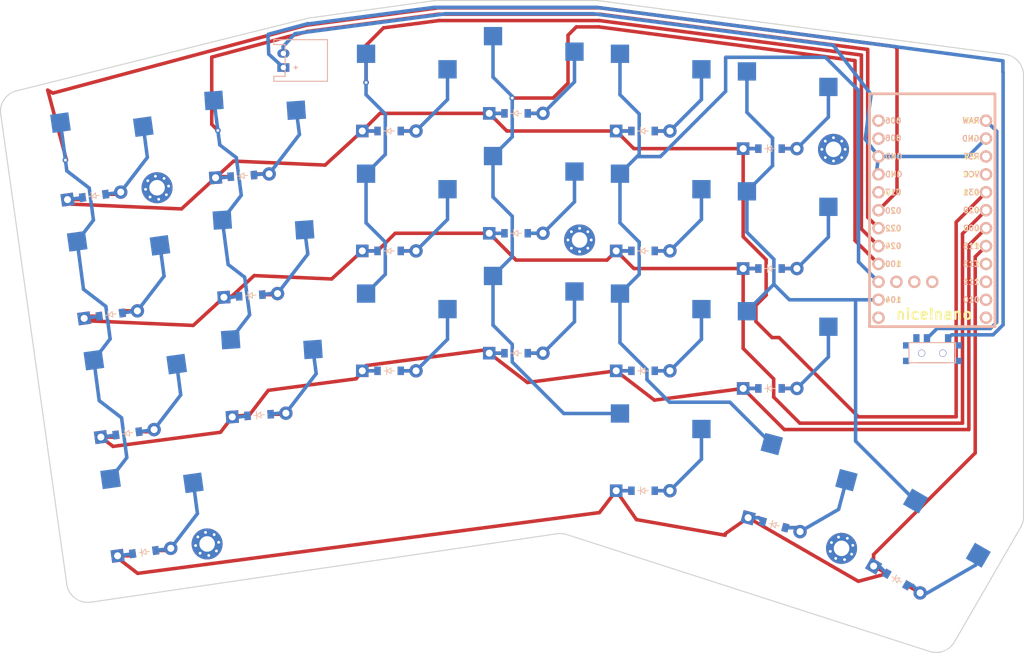
<source format=kicad_pcb>
(kicad_pcb (version 20241229) (generator "pcbnew") (generator_version "9.0")
  (title_block (title "left_pcb") (rev "v1.0.0") (company "Unknown"))
  (layers (0 "F.Cu" signal) (2 "B.Cu" signal) (13 "F.Paste" user) (15 "B.Paste" user) (5 "F.SilkS" user) (7 "B.SilkS" user) (1 "F.Mask" user) (3 "B.Mask" user) (25 "Edge.Cuts" user))
  (net 0 "")
  (net 1 "P020")
  (net 2 "outer_mod")
  (net 3 "outer_bottom")
  (net 4 "outer_home")
  (net 5 "outer_top")
  (net 6 "P022")
  (net 7 "pinky_bottom")
  (net 8 "pinky_home")
  (net 9 "pinky_top")
  (net 10 "P024")
  (net 11 "ring_bottom")
  (net 12 "ring_home")
  (net 13 "ring_top")
  (net 14 "P100")
  (net 15 "middle_bottom")
  (net 16 "middle_home")
  (net 17 "middle_top")
  (net 18 "index_mod")
  (net 19 "P011")
  (net 20 "index_bottom")
  (net 21 "index_home")
  (net 22 "index_top")
  (net 23 "P104")
  (net 24 "inner_bottom")
  (net 25 "inner_home")
  (net 26 "inner_top")
  (net 27 "layer_cluster")
  (net 28 "space_cluster")
  (net 29 "P115")
  (net 30 "P002")
  (net 31 "P029")
  (net 32 "P031")
  (net 33 "RAW")
  (net 34 "GND")
  (net 35 "RST")
  (net 36 "VCC")
  (net 37 "P113")
  (net 38 "P111")
  (net 39 "P010")
  (net 40 "P009")
  (net 41 "P006")
  (net 42 "P008")
  (net 43 "P017")
  (net 44 "P106")
  (net 45 "P101")
  (net 46 "P102")
  (net 47 "P107")
  (net 48 "pos")
  (footprint "E73:SPDT_C128955" (layer "F.Cu") (at 198.494178 125.321174 180)
    (property "Reference" "T1" (hide yes))
    (property "Value" "" (hide yes))
  )
  (footprint "ComboDiode" (layer "F.Cu") (at 79.660022 103.017394 8)
    (property "Reference" "D4" (hide yes))
    (property "Value" "" (hide yes))
  )
  (footprint "PG1350" (layer "F.Cu") (at 157.494179 88.821176)
    (property "Reference" "S17" (hide yes))
    (property "Value" "" (hide yes))
  )
  (footprint "PG1350" (layer "F.Cu") (at 78.964156 98.066054 8)
    (property "Reference" "S4" (hide yes))
    (property "Value" "" (hide yes))
  )
  (footprint "MountingHole_2.2mm_M2_Pad_Via" (layer "F.Cu") (at 184.494181 96.421168)
    (property "Reference" "_2" (hide yes))
    (property "Value" "")
  )
  (footprint "PG1350" (layer "F.Cu") (at 175.494177 108.321176)
    (property "Reference" "S19" (hide yes))
    (property "Value" "" (hide yes))
  )
  (footprint "ComboDiode" (layer "F.Cu") (at 175.494184 130.321173)
    (property "Reference" "D18" (hide yes))
    (property "Value" "" (hide yes))
  )
  (footprint "PG1350" (layer "F.Cu") (at 86.061983 148.569722 8)
    (property "Reference" "S1" (hide yes))
    (property "Value" "" (hide yes))
  )
  (footprint "MountingHole_2.2mm_M2_Pad_Via" (layer "F.Cu") (at 88.586349 101.863869 8)
    (property "Reference" "_1" (hide yes))
    (property "Value" "")
  )
  (footprint "ComboDiode" (layer "F.Cu") (at 121.49418 127.821173)
    (property "Reference" "D8" (hide yes))
    (property "Value" "" (hide yes))
  )
  (footprint "ComboDiode" (layer "F.Cu") (at 157.494186 127.821173)
    (property "Reference" "D15" (hide yes))
    (property "Value" "" (hide yes))
  )
  (footprint "PG1350" (layer "F.Cu") (at 177.364774 144.804137 -15)
    (property "Reference" "S21" (hide yes))
    (property "Value" "" (hide yes))
  )
  (footprint "nice_nano" (layer "F.Cu") (at 198.494179 106.321174 -90)
    (property "Reference" "MCU1" (hide yes))
    (property "Value" "nice_nano" (hide yes))
  )
  (footprint "ComboDiode" (layer "F.Cu") (at 139.494177 91.321177)
    (property "Reference" "D13" (hide yes))
    (property "Value" "" (hide yes))
  )
  (footprint "MountingHole_2.2mm_M2_Pad_Via" (layer "F.Cu") (at 148.494177 109.271177)
    (property "Reference" "_3" (hide yes))
    (property "Value" "")
  )
  (footprint "ComboDiode" (layer "F.Cu") (at 139.494179 108.321177)
    (property "Reference" "D12" (hide yes))
    (property "Value" "" (hide yes))
  )
  (footprint "PG1350" (layer "F.Cu") (at 139.494179 120.321176)
    (property "Reference" "S11" (hide yes))
    (property "Value" "" (hide yes))
  )
  (footprint "ComboDiode" (layer "F.Cu") (at 121.494181 93.821174)
    (property "Reference" "D10" (hide yes))
    (property "Value" "" (hide yes))
  )
  (footprint "ComboDiode" (layer "F.Cu") (at 103.049733 134.093841 4)
    (property "Reference" "D5" (hide yes))
    (property "Value" "" (hide yes))
  )
  (footprint "PG1350" (layer "F.Cu") (at 175.494183 125.321174)
    (property "Reference" "S18" (hide yes))
    (property "Value" "" (hide yes))
  )
  (footprint "ComboDiode" (layer "F.Cu") (at 121.494178 110.821178)
    (property "Reference" "D9" (hide yes))
    (property "Value" "" (hide yes))
  )
  (footprint "PG1350" (layer "F.Cu") (at 121.494179 122.821173)
    (property "Reference" "S8" (hide yes))
    (property "Value" "" (hide yes))
  )
  (footprint "ComboDiode" (layer "F.Cu") (at 84.391904 136.68651 8)
    (property "Reference" "D2" (hide yes))
    (property "Value" "" (hide yes))
  )
  (footprint "ComboDiode" (layer "F.Cu") (at 82.025965 119.851951 8)
    (property "Reference" "D3" (hide yes))
    (property "Value" "" (hide yes))
  )
  (footprint "ComboDiode" (layer "F.Cu") (at 175.494177 113.321177)
    (property "Reference" "D19" (hide yes))
    (property "Value" "" (hide yes))
  )
  (footprint "MountingHole_2.2mm_M2_Pad_Via" (layer "F.Cu") (at 95.684179 152.367538 8)
    (property "Reference" "_4" (hide yes))
    (property "Value" "")
  )
  (footprint "ComboDiode" (layer "F.Cu") (at 176.07068 149.63377 -15)
    (property "Reference" "D21" (hide yes))
    (property "Value" "" (hide yes))
  )
  (footprint "PG1350" (layer "F.Cu") (at 81.330097 114.900615 8)
    (property "Reference" "S3" (hide yes))
    (property "Value" "" (hide yes))
  )
  (footprint "PG1350" (layer "F.Cu") (at 157.494174 105.821173)
    (property "Reference" "S16" (hide yes))
    (property "Value" "" (hide yes))
  )
  (footprint "ComboDiode" (layer "F.Cu") (at 193.478921 157.40812 -30)
    (property "Reference" "D22" (hide yes))
    (property "Value" "" (hide yes))
  )
  (footprint "JST_PH_S2B-PH-K_02x2.00mm_Angled" (layer "F.Cu") (at 106.494175 83.821173 90)
    (property "Reference" "JST1" (hide yes))
    (property "Value" "" (hide yes))
  )
  (footprint "ComboDiode" (layer "F.Cu") (at 139.494181 125.321174)
    (property "Reference" "D11" (hide yes))
    (property "Value" "" (hide yes))
  )
  (footprint "ComboDiode" (layer "F.Cu") (at 157.494179 93.82117)
    (property "Reference" "D17" (hide yes))
    (property "Value" "" (hide yes))
  )
  (footprint "PG1350" (layer "F.Cu") (at 102.700942 129.106023 4)
    (property "Reference" "S5" (hide yes))
    (property "Value" "" (hide yes))
  )
  (footprint "PG1350" (layer "F.Cu") (at 157.494183 122.821177)
    (property "Reference" "S15" (hide yes))
    (property "Value" "" (hide yes))
  )
  (footprint "PG1350" (layer "F.Cu") (at 139.49418 86.321176)
    (property "Reference" "S13" (hide yes))
    (property "Value" "" (hide yes))
  )
  (footprint "PG1350" (layer "F.Cu") (at 121.494177 105.821176)
    (property "Reference" "S9" (hide yes))
    (property "Value" "" (hide yes))
  )
  (footprint "PG1350" (layer "F.Cu") (at 121.494179 88.821168)
    (property "Reference" "S10" (hide yes))
    (property "Value" "" (hide yes))
  )
  (footprint "PG1350" (layer "F.Cu") (at 195.978922 153.078006 -30)
    (property "Reference" "S22" (hide yes))
    (property "Value" "" (hide yes))
  )
  (footprint "ComboDiode" (layer "F.Cu") (at 175.49418 96.321178)
    (property "Reference" "D20" (hide yes))
    (property "Value" "" (hide yes))
  )
  (footprint "ComboDiode" (layer "F.Cu") (at 157.494177 110.821179)
    (property "Reference" "D16" (hide yes))
    (property "Value" "" (hide yes))
  )
  (footprint "PG1350" (layer "F.Cu") (at 157.494177 139.821174)
    (property "Reference" "S14" (hide yes))
    (property "Value" "" (hide yes))
  )
  (footprint "ComboDiode" (layer "F.Cu") (at 157.494175 144.821171)
    (property "Reference" "D14" (hide yes))
    (property "Value" "" (hide yes))
  )
  (footprint "ComboDiode" (layer "F.Cu") (at 86.757851 153.521071 8)
    (property "Reference" "D1" (hide yes))
    (property "Value" "" (hide yes))
  )
  (footprint "PG1350" (layer "F.Cu") (at 175.494177 91.321175)
    (property "Reference" "S20" (hide yes))
    (property "Value" "" (hide yes))
  )
  (footprint "PG1350" (layer "F.Cu") (at 100.329232 95.188839 4)
    (property "Reference" "S7" (hide yes))
    (property "Value" "" (hide yes))
  )
  (footprint "PG1350" (layer "F.Cu") (at 139.494181 103.321173)
    (property "Reference" "S12" (hide yes))
    (property "Value" "" (hide yes))
  )
  (footprint "PG1350" (layer "F.Cu") (at 101.515082 112.147435 4)
    (property "Reference" "S6" (hide yes))
    (property "Value" "" (hide yes))
  )
  (footprint "PG1350" (layer "F.Cu") (at 83.696039 131.735167 8)
    (property "Reference" "S2" (hide yes))
    (property "Value" "" (hide yes))
  )
  (footprint "ComboDiode" (layer "F.Cu") (at 100.678011 100.176668 4)
    (property "Reference" "D7" (hide yes))
    (property "Value" "" (hide yes))
  )
  (footprint "MountingHole_2.2mm_M2_Pad_Via" (layer "F.Cu") (at 185.634695 152.994718 -30)
    (property "Reference" "_5" (hide yes))
    (property "Value" "")
  )
  (footprint "ComboDiode" (layer "F.Cu") (at 101.863872 117.135249 4)
    (property "Reference" "D6" (hide yes))
    (property "Value" "" (hide yes))
  )
  (gr_arc (start 208.830901 82.957466) (mid 210.694101 83.95404) (end 211.438215 85.93166) (stroke (width 0.15)) (layer "Edge.Cuts"))
  (gr_line (start 66.421146 91.448827) (end 75.784737 158.074216) (stroke (width 0.15)) (layer "Edge.Cuts"))
  (gr_line (start 150.79699 75.321178) (end 128.201517 75.321179) (stroke (width 0.15)) (layer "Edge.Cuts"))
  (gr_line (start 127.788809 75.349701) (end 110.152154 77.799236) (stroke (width 0.15)) (layer "Edge.Cuts"))
  (gr_arc (start 66.421147 91.448826) (mid 66.904934 89.353585) (end 68.666519 88.120338) (stroke (width 0.15)) (layer "Edge.Cuts"))
  (gr_arc (start 127.788809 75.349701) (mid 127.994671 75.328317) (end 128.201517 75.321179) (stroke (width 0.15)) (layer "Edge.Cuts"))
  (gr_arc (start 109.839417 77.85974) (mid 109.994982 77.825332) (end 110.152154 77.799236) (stroke (width 0.15)) (layer "Edge.Cuts"))
  (gr_line (start 208.830901 82.957466) (end 151.189676 75.346982) (stroke (width 0.15)) (layer "Edge.Cuts"))
  (gr_arc (start 79.19114 160.624907) (mid 76.957398 160.05809) (end 75.784737 158.074216) (stroke (width 0.15)) (layer "Edge.Cuts"))
  (gr_line (start 201.649651 166.255995) (end 211.036284 149.997873) (stroke (width 0.15)) (layer "Edge.Cuts"))
  (gr_line (start 109.839419 77.859742) (end 68.666519 88.120338) (stroke (width 0.15)) (layer "Edge.Cuts"))
  (gr_arc (start 201.649651 166.255995) (mid 200.130329 167.55533) (end 198.131966 167.611572) (stroke (width 0.15)) (layer "Edge.Cuts"))
  (gr_arc (start 145.303473 150.922541) (mid 145.987542 150.901055) (end 146.658681 151.035164) (stroke (width 0.15)) (layer "Edge.Cuts"))
  (gr_line (start 79.191141 160.624904) (end 145.303473 150.922541) (stroke (width 0.15)) (layer "Edge.Cuts"))
  (gr_arc (start 211.438214 148.497865) (mid 211.335991 149.274327) (end 211.036284 149.997873) (stroke (width 0.15)) (layer "Edge.Cuts"))
  (gr_line (start 146.658681 151.035164) (end 198.131966 167.611572) (stroke (width 0.15)) (layer "Edge.Cuts"))
  (gr_line (start 211.438214 148.497865) (end 211.438215 85.93166) (stroke (width 0.15)) (layer "Edge.Cuts"))
  (gr_arc (start 150.796995 75.321177) (mid 150.993759 75.327637) (end 151.189676 75.346982) (stroke (width 0.15)) (layer "Edge.Cuts"))
  (segment (start 151.409574 76.356691) (end 151.40802 76.358246) (width 0.5) (layer "F.Cu") (net 1))
  (segment (start 75.592878 97.946279) (end 75.692607 97.773545) (width 0.5) (layer "F.Cu") (net 1))
  (segment (start 109.74762 78.820606) (end 128.110679 76.403067) (width 0.5) (layer "F.Cu") (net 1))
  (segment (start 151.409574 76.356691) (end 193.277568 81.868719) (width 0.5) (layer "F.Cu") (net 1))
  (segment (start 128.145067 76.358249) (end 151.40802 76.358246) (width 0.5) (layer "F.Cu") (net 1))
  (segment (start 73.81518 88.448674) (end 109.74762 78.820606) (width 0.5) (layer "F.Cu") (net 1))
  (segment (start 128.110679 76.403067) (end 128.145067 76.358249) (width 0.5) (layer "F.Cu") (net 1))
  (segment (start 75.692607 97.773545) (end 73.080336 88.024411) (width 0.5) (layer "F.Cu") (net 1))
  (segment (start 193.497407 102.427946) (end 190.874178 105.051176) (width 0.5) (layer "F.Cu") (net 1))
  (segment (start 73.080336 88.024411) (end 73.81518 88.448674) (width 0.5) (layer "F.Cu") (net 1))
  (segment (start 193.277568 81.868719) (end 193.497408 82.155217) (width 0.5) (layer "F.Cu") (net 1))
  (segment (start 193.497408 82.155217) (end 193.497407 102.427946) (width 0.5) (layer "F.Cu") (net 1))
  (via (at 75.592878 97.946279) (size 0.8) (drill 0.4) (layers "F.Cu" "B.Cu") (net 1))
  (segment (start 74.737159 92.78554) (end 74.892942 92.629751) (width 0.25) (layer "B.Cu") (net 1))
  (segment (start 75.793944 99.473518) (end 78.965434 101.907088) (width 0.5) (layer "B.Cu") (net 1))
  (segment (start 74.892945 92.629755) (end 74.932472 92.92998) (width 0.5) (layer "B.Cu") (net 1))
  (segment (start 79.564744 106.459266) (end 77.258889 109.464311) (width 0.5) (layer "B.Cu") (net 1))
  (segment (start 81.930688 123.293819) (end 79.624836 126.298858) (width 0.5) (layer "B.Cu") (net 1))
  (segment (start 83.553482 134.483628) (end 84.296629 140.128375) (width 0.5) (layer "B.Cu") (net 1))
  (segment (start 84.296629 140.128375) (end 81.990768 143.133418) (width 0.5) (layer "B.Cu") (net 1))
  (segment (start 79.624836 126.298858) (end 80.381991 132.050057) (width 0.5) (layer "B.Cu") (net 1))
  (segment (start 80.381991 132.050057) (end 83.553482 134.483628) (width 0.5) (layer "B.Cu") (net 1))
  (segment (start 77.258889 109.464311) (end 78.153227 116.257509) (width 0.5) (layer "B.Cu") (net 1))
  (segment (start 74.737159 93.074844) (end 74.737159 92.78554) (width 0.25) (layer "B.Cu") (net 1))
  (segment (start 74.892945 92.629755) (end 75.592878 97.946279) (width 0.5) (layer "B.Cu") (net 1))
  (segment (start 74.932472 92.92998) (end 75.188003 93.12606) (width 0.5) (layer "B.Cu") (net 1))
  (segment (start 78.965434 101.907088) (end 79.564744 106.459266) (width 0.5) (layer "B.Cu") (net 1))
  (segment (start 75.592878 97.946279) (end 75.793944 99.473518) (width 0.5) (layer "B.Cu") (net 1))
  (segment (start 81.324723 118.691081) (end 81.930688 123.293819) (width 0.5) (layer "B.Cu") (net 1))
  (segment (start 78.153227 116.257509) (end 81.324723 118.691081) (width 0.5) (layer "B.Cu") (net 1))
  (segment (start 90.230149 153.291442) (end 90.530772 152.99082) (width 0.5) (layer "F.Cu") (net 2))
  (segment (start 88.391792 153.291444) (end 90.230149 153.291442) (width 0.5) (layer "F.Cu") (net 2))
  (segment (start 90.530771 152.990815) (end 94.308888 148.06708) (width 0.5) (layer "B.Cu") (net 2))
  (segment (start 90.514545 153.011969) (end 90.530771 152.990815) (width 0.5) (layer "B.Cu") (net 2))
  (segment (start 90.313594 153.207996) (end 90.530771 152.990817) (width 0.5) (layer "B.Cu") (net 2))
  (segment (start 94.308888 148.06708) (end 93.73455 143.704561) (width 0.5) (layer "B.Cu") (net 2))
  (segment (start 88.391792 153.291438) (end 89.025575 153.207995) (width 0.5) (layer "B.Cu") (net 2))
  (segment (start 89.025575 153.207995) (end 90.313594 153.207996) (width 0.5) (layer "B.Cu") (net 2))
  (segment (start 89.025575 153.207995) (end 90.514545 153.011969) (width 0.5) (layer "B.Cu") (net 2))
  (segment (start 87.864206 136.456882) (end 88.164825 136.156263) (width 0.5) (layer "F.Cu") (net 3))
  (segment (start 86.025849 136.456881) (end 87.864206 136.456882) (width 0.5) (layer "F.Cu") (net 3))
  (segment (start 86.025842 136.456881) (end 88.148594 136.177415) (width 0.5) (layer "B.Cu") (net 3))
  (segment (start 91.942946 131.232516) (end 91.368612 126.869998) (width 0.5) (layer "B.Cu") (net 3))
  (segment (start 88.148594 136.177415) (end 88.16482 136.156262) (width 0.5) (layer "B.Cu") (net 3))
  (segment (start 88.16482 136.156262) (end 91.942946 131.232516) (width 0.5) (layer "B.Cu") (net 3))
  (segment (start 85.798882 119.321698) (end 84.228266 119.3217) (width 0.5) (layer "F.Cu") (net 4))
  (segment (start 84.225575 119.319018) (end 83.922272 119.622326) (width 0.5) (layer "F.Cu") (net 4))
  (segment (start 83.922272 119.622326) (end 83.659908 119.62232) (width 0.5) (layer "F.Cu") (net 4))
  (segment (start 84.228266 119.3217) (end 84.225575 119.319018) (width 0.5) (layer "F.Cu") (net 4))
  (segment (start 83.676133 119.601165) (end 83.659904 119.62232) (width 0.5) (layer "B.Cu") (net 4))
  (segment (start 89.002666 110.035454) (end 89.577004 114.397966) (width 0.5) (layer "B.Cu") (net 4))
  (segment (start 85.798882 119.321699) (end 83.676133 119.601165) (width 0.5) (layer "B.Cu") (net 4))
  (segment (start 89.577004 114.397966) (end 85.798882 119.321699) (width 0.5) (layer "B.Cu") (net 4))
  (segment (start 81.293967 102.787768) (end 83.132325 102.787771) (width 0.5) (layer "F.Cu") (net 5))
  (segment (start 83.132325 102.787771) (end 83.432942 102.487149) (width 0.5) (layer "F.Cu") (net 5))
  (segment (start 86.636728 93.200894) (end 87.211058 97.563408) (width 0.5) (layer "B.Cu") (net 5))
  (segment (start 83.416709 102.508297) (end 83.432937 102.487143) (width 0.5) (layer "B.Cu") (net 5))
  (segment (start 87.211058 97.563408) (end 83.432937 102.487143) (width 0.5) (layer "B.Cu") (net 5))
  (segment (start 81.293956 102.787763) (end 83.416709 102.508297) (width 0.5) (layer "B.Cu") (net 5))
  (segment (start 96.337788 83.346542) (end 96.337789 92.875472) (width 0.5) (layer "F.Cu") (net 6))
  (segment (start 189.346879 82.260007) (end 151.36232 77.259247) (width 0.5) (layer "F.Cu") (net 6))
  (segment (start 151.36232 77.259247) (end 128.510158 77.259247) (width 0.5) (layer "F.Cu") (net 6))
  (segment (start 189.34688 106.063875) (end 189.346879 82.260007) (width 0.5) (layer "F.Cu") (net 6))
  (segment (start 96.337789 92.875472) (end 97.208594 93.746278) (width 0.5) (layer "F.Cu") (net 6))
  (segment (start 109.923771 79.706189) (end 96.337788 83.346542) (width 0.5) (layer "F.Cu") (net 6))
  (segment (start 190.87418 107.591174) (end 189.34688 106.063875) (width 0.5) (layer "F.Cu") (net 6))
  (segment (start 128.510158 77.259247) (end 109.923771 79.706189) (width 0.5) (layer "F.Cu") (net 6))
  (via (at 97.208594 93.746278) (size 0.8) (drill 0.4) (layers "F.Cu" "B.Cu") (net 6))
  (segment (start 99.823366 97.593255) (end 97.478142 95.793693) (width 0.5) (layer "B.Cu") (net 6))
  (segment (start 100.526055 102.930737) (end 99.823366 97.593255) (width 0.5) (layer "B.Cu") (net 6))
  (segment (start 99.018872 123.39897) (end 101.711918 119.889327) (width 0.5) (layer "B.Cu") (net 6))
  (segment (start 97.833011 106.440377) (end 100.526055 102.930737) (width 0.5) (layer "B.Cu") (net 6))
  (segment (start 101.009226 114.551854) (end 98.663988 112.752288) (width 0.5) (layer "B.Cu") (net 6))
  (segment (start 98.663988 112.752288) (end 97.833011 106.440377) (width 0.5) (layer "B.Cu") (net 6))
  (segment (start 101.711918 119.889327) (end 101.009226 114.551854) (width 0.5) (layer "B.Cu") (net 6))
  (segment (start 97.208594 93.746278) (end 96.64716 89.481788) (width 0.5) (layer "B.Cu") (net 6))
  (segment (start 97.478142 95.793693) (end 97.208594 93.746278) (width 0.5) (layer "B.Cu") (net 6))
  (segment (start 104.695711 133.978742) (end 106.699776 133.978736) (width 0.5) (layer "F.Cu") (net 7))
  (segment (start 106.699776 133.978736) (end 106.850452 133.828065) (width 0.5) (layer "F.Cu") (net 7))
  (segment (start 111.147159 128.228483) (end 106.850451 133.828065) (width 0.5) (layer "B.Cu") (net 7))
  (segment (start 104.695713 133.978736) (end 106.702501 133.714543) (width 0.5) (layer "B.Cu") (net 7))
  (segment (start 106.702501 133.714543) (end 106.850451 133.828065) (width 0.5) (layer "B.Cu") (net 7))
  (segment (start 110.694201 124.787925) (end 111.147159 128.228483) (width 0.5) (layer "B.Cu") (net 7))
  (segment (start 103.509853 117.020158) (end 105.513919 117.020157) (width 0.5) (layer "F.Cu") (net 8))
  (segment (start 105.513919 117.020157) (end 105.664593 116.869482) (width 0.5) (layer "F.Cu") (net 8))
  (segment (start 109.9613 111.269902) (end 105.664593 116.86948) (width 0.5) (layer "B.Cu") (net 8))
  (segment (start 105.516645 116.755956) (end 105.664593 116.86948) (width 0.5) (layer "B.Cu") (net 8))
  (segment (start 103.509854 117.020153) (end 105.516645 116.755956) (width 0.5) (layer "B.Cu") (net 8))
  (segment (start 109.508339 107.829332) (end 109.9613 111.269902) (width 0.5) (layer "B.Cu") (net 8))
  (segment (start 102.474664 99.910896) (end 102.32399 100.061565) (width 0.5) (layer "F.Cu") (net 9))
  (segment (start 104.478728 99.910894) (end 102.474664 99.910896) (width 0.5) (layer "F.Cu") (net 9))
  (segment (start 108.322485 90.870741) (end 108.775443 94.311301) (width 0.5) (layer "B.Cu") (net 9))
  (segment (start 104.330782 99.797364) (end 104.47873 99.910895) (width 0.5) (layer "B.Cu") (net 9))
  (segment (start 102.323991 100.061568) (end 104.330782 99.797364) (width 0.5) (layer "B.Cu") (net 9))
  (segment (start 108.775443 94.311301) (end 104.47873 99.910895) (width 0.5) (layer "B.Cu") (net 9))
  (segment (start 128.569214 78.160247) (end 151.303265 78.160247) (width 0.5) (layer "F.Cu") (net 10))
  (segment (start 151.303265 78.160247) (end 188.445879 83.050163) (width 0.5) (layer "F.Cu") (net 10))
  (segment (start 120.688937 79.197704) (end 128.569214 78.160247) (width 0.5) (layer "F.Cu") (net 10))
  (segment (start 118.219176 86.946279) (end 118.219176 81.667467) (width 0.5) (layer "F.Cu") (net 10))
  (segment (start 188.445879 107.702875) (end 190.874178 110.131173) (width 0.5) (layer "F.Cu") (net 10))
  (segment (start 118.219176 81.667467) (end 120.688937 79.197704) (width 0.5) (layer "F.Cu") (net 10))
  (segment (start 188.445879 83.050163) (end 188.445879 107.702875) (width 0.5) (layer "F.Cu") (net 10))
  (via (at 118.219176 86.946279) (size 0.8) (drill 0.4) (layers "F.Cu" "B.Cu") (net 10))
  (segment (start 118.219176 86.946279) (end 118.219176 88.679359) (width 0.5) (layer "B.Cu") (net 10))
  (segment (start 118.219177 82.871172) (end 118.219176 86.946279) (width 0.5) (layer "B.Cu") (net 10))
  (segment (start 118.21918 116.871173) (end 120.945176 114.145179) (width 0.5) (layer "B.Cu") (net 10))
  (segment (start 118.219176 88.679359) (end 120.945175 91.405365) (width 0.5) (layer "B.Cu") (net 10))
  (segment (start 118.21918 106.844181) (end 118.219179 99.871178) (width 0.5) (layer "B.Cu") (net 10))
  (segment (start 120.945175 91.405365) (end 120.945179 97.145185) (width 0.5) (layer "B.Cu") (net 10))
  (segment (start 120.945174 109.570174) (end 118.21918 106.844181) (width 0.5) (layer "B.Cu") (net 10))
  (segment (start 120.945176 114.145179) (end 120.945174 109.570174) (width 0.5) (layer "B.Cu") (net 10))
  (segment (start 120.945179 97.145185) (end 118.219179 99.871178) (width 0.5) (layer "B.Cu") (net 10))
  (segment (start 123.144177 127.821175) (end 125.30418 127.821169) (width 0.5) (layer "F.Cu") (net 11))
  (segment (start 125.304178 127.821173) (end 129.76918 123.356169) (width 0.5) (layer "B.Cu") (net 11))
  (segment (start 123.144177 127.821175) (end 125.304178 127.821173) (width 0.5) (layer "B.Cu") (net 11))
  (segment (start 129.76918 123.356169) (end 129.769178 119.071173) (width 0.5) (layer "B.Cu") (net 11))
  (segment (start 123.144176 110.821179) (end 125.304179 110.821179) (width 0.5) (layer "F.Cu") (net 12))
  (segment (start 129.769182 106.356172) (end 125.304178 110.821177) (width 0.5) (layer "B.Cu") (net 12))
  (segment (start 129.769181 102.071179) (end 129.769182 106.356172) (width 0.5) (layer "B.Cu") (net 12))
  (segment (start 123.144181 110.821178) (end 125.304178 110.821177) (width 0.5) (layer "B.Cu") (net 12))
  (segment (start 123.144175 93.821175) (end 125.304182 93.821172) (width 0.5) (layer "F.Cu") (net 13))
  (segment (start 125.304178 93.821175) (end 123.144177 93.821174) (width 0.5) (layer "B.Cu") (net 13))
  (segment (start 129.769174 89.356169) (end 125.304178 93.821175) (width 0.5) (layer "B.Cu") (net 13))
  (segment (start 129.769177 85.071174) (end 129.769174 89.356169) (width 0.5) (layer "B.Cu") (net 13))
  (segment (start 138.945181 89.146284) (end 144.740361 89.146284) (width 0.5) (layer "F.Cu") (net 14))
  (segment (start 187.544878 83.840319) (end 187.544878 109.341874) (width 0.5) (layer "F.Cu") (net 14))
  (segment (start 148.025396 79.061246) (end 151.244207 79.061248) (width 0.5) (layer "F.Cu") (net 14))
  (segment (start 151.244207 79.061248) (end 187.544878 83.840319) (width 0.5) (layer "F.Cu") (net 14))
  (segment (start 187.544878 109.341874) (end 190.874179 112.671174) (width 0.5) (layer "F.Cu") (net 14))
  (segment (start 146.853744 80.232898) (end 148.025396 79.061246) (width 0.5) (layer "F.Cu") (net 14))
  (segment (start 146.853744 87.032896) (end 146.853744 80.232898) (width 0.5) (layer "F.Cu") (net 14))
  (segment (start 144.740361 89.146284) (end 146.853744 87.032896) (width 0.5) (layer "F.Cu") (net 14))
  (via (at 138.945181 89.146284) (size 0.8) (drill 0.4) (layers "F.Cu" "B.Cu") (net 14))
  (segment (start 136.219176 80.371177) (end 136.21918 86.17937) (width 0.5) (layer "B.Cu") (net 14))
  (segment (start 138.945182 111.645166) (end 136.219173 114.371171) (width 0.5) (layer "B.Cu") (net 14))
  (segment (start 136.21918 97.371176) (end 136.219177 103.179363) (width 0.5) (layer "B.Cu") (net 14))
  (segment (start 154.219172 133.871177) (end 146.244184 133.871174) (width 0.5) (layer "B.Cu") (net 14))
  (segment (start 138.945181 126.572173) (end 138.945183 124.070169) (width 0.5) (layer "B.Cu") (net 14))
  (segment (start 138.945183 124.070169) (end 136.219177 121.344166) (width 0.5) (layer "B.Cu") (net 14))
  (segment (start 136.219177 103.179363) (end 138.945178 105.905366) (width 0.5) (layer "B.Cu") (net 14))
  (segment (start 138.945184 88.90537) (end 138.945181 89.146284) (width 0.5) (layer "B.Cu") (net 14))
  (segment (start 138.945178 105.905366) (end 138.945182 111.645166) (width 0.5) (layer "B.Cu") (net 14))
  (segment (start 136.21918 86.17937) (end 138.945184 88.90537) (width 0.5) (layer "B.Cu") (net 14))
  (segment (start 146.244184 133.871174) (end 138.945181 126.572173) (width 0.5) (layer "B.Cu") (net 14))
  (segment (start 138.945178 94.645175) (end 136.21918 97.371176) (width 0.5) (layer "B.Cu") (net 14))
  (segment (start 136.219177 121.344166) (end 136.219173 114.371171) (width 0.5) (layer "B.Cu") (net 14))
  (segment (start 138.945181 89.146284) (end 138.945178 94.645175) (width 0.5) (layer "B.Cu") (net 14))
  (segment (start 141.144177 125.321171) (end 143.304177 125.321173) (width 0.5) (layer "F.Cu") (net 15))
  (segment (start 143.304183 125.321169) (end 147.769174 120.856173) (width 0.5) (layer "B.Cu") (net 15))
  (segment (start 147.769174 120.856173) (end 147.769179 116.571175) (width 0.5) (layer "B.Cu") (net 15))
  (segment (start 141.144181 125.32117) (end 143.304183 125.321169) (width 0.5) (layer "B.Cu") (net 15))
  (segment (start 141.144183 108.321177) (end 143.304176 108.32117) (width 0.5) (layer "F.Cu") (net 16))
  (segment (start 147.769175 99.571172) (end 147.769179 103.856166) (width 0.5) (layer "B.Cu") (net 16))
  (segment (start 147.769179 103.856166) (end 143.304177 108.321168) (width 0.5) (layer "B.Cu") (net 16))
  (segment (start 141.144183 108.321175) (end 143.304177 108.321168) (width 0.5) (layer "B.Cu") (net 16))
  (segment (start 143.304176 91.321172) (end 141.144177 91.321176) (width 0.5) (layer "F.Cu") (net 17))
  (segment (start 147.769178 86.856179) (end 143.30418 91.321169) (width 0.5) (layer "B.Cu") (net 17))
  (segment (start 147.769178 82.571174) (end 147.769178 86.856179) (width 0.5) (layer "B.Cu") (net 17))
  (segment (start 141.144175 91.321174) (end 143.30418 91.321169) (width 0.5) (layer "B.Cu") (net 17))
  (segment (start 159.144176 144.821171) (end 161.304176 144.821171) (width 0.5) (layer "F.Cu") (net 18))
  (segment (start 165.769177 140.356173) (end 161.304173 144.821174) (width 0.5) (layer "B.Cu") (net 18))
  (segment (start 165.769173 136.071175) (end 165.769177 140.356173) (width 0.5) (layer "B.Cu") (net 18))
  (segment (start 159.144177 144.821171) (end 161.304176 144.821173) (width 0.5) (layer "B.Cu") (net 18))
  (segment (start 188.046439 112.383434) (end 190.874179 115.211174) (width 0.5) (layer "B.Cu") (net 19))
  (segment (start 169.229825 83.370175) (end 183.349029 83.370175) (width 0.5) (layer "B.Cu") (net 19))
  (segment (start 156.945175 114.145184) (end 154.219182 116.871171) (width 0.5) (layer "B.Cu") (net 19))
  (segment (start 154.219174 99.871178) (end 154.219174 106.844175) (width 0.5) (layer "B.Cu") (net 19))
  (segment (start 169.804079 132.27199) (end 175.741338 138.209248) (width 0.5) (layer "B.Cu") (net 19))
  (segment (start 154.219175 88.679366) (end 156.945176 91.405364) (width 0.5) (layer "B.Cu") (net 19))
  (segment (start 156.945179 91.546282) (end 156.94518 97.145169) (width 0.5) (layer "B.Cu") (net 19))
  (segment (start 158.043181 127.668176) (end 158.043178 129.072174) (width 0.5) (layer "B.Cu") (net 19))
  (segment (start 159.947866 97.445175) (end 169.2 88.193041) (width 0.5) (layer "B.Cu") (net 19))
  (segment (start 156.645175 97.445175) (end 159.947866 97.445175) (width 0.5) (layer "B.Cu") (net 19))
  (segment (start 156.94518 97.145169) (end 156.645175 97.445175) (width 0.5) (layer "B.Cu") (net 19))
  (segment (start 154.21918 82.871172) (end 154.219175 88.679366) (width 0.5) (layer "B.Cu") (net 19))
  (segment (start 161.242997 132.271995) (end 169.804079 132.27199) (width 0.5) (layer "B.Cu") (net 19))
  (segment (start 156.945176 91.405364) (end 156.945179 91.546282) (width 0.5) (layer "B.Cu") (net 19))
  (segment (start 158.043178 129.072174) (end 161.242997 132.271995) (width 0.5) (layer "B.Cu") (net 19))
  (segment (start 154.219174 106.844175) (end 156.945176 109.570176) (width 0.5) (layer "B.Cu") (net 19))
  (segment (start 183.349029 83.370175) (end 188.046439 88.067585) (width 0.5) (layer "B.Cu") (net 19))
  (segment (start 156.645175 97.445175) (end 154.219174 99.871178) (width 0.5) (layer "B.Cu") (net 19))
  (segment (start 156.945176 109.570176) (end 156.945175 114.145184) (width 0.5) (layer "B.Cu") (net 19))
  (segment (start 154.219182 116.871171) (end 154.219182 123.84418) (width 0.5) (layer "B.Cu") (net 19))
  (segment (start 169.2 83.4) (end 169.229825 83.370175) (width 0.5) (layer "B.Cu") (net 19))
  (segment (start 188.046439 88.067585) (end 188.046439 112.383434) (width 0.5) (layer "B.Cu") (net 19))
  (segment (start 169.2 88.193041) (end 169.2 83.4) (width 0.5) (layer "B.Cu") (net 19))
  (segment (start 154.219182 123.84418) (end 158.043181 127.668176) (width 0.5) (layer "B.Cu") (net 19))
  (segment (start 161.304181 127.821176) (end 159.14418 127.821176) (width 0.5) (layer "F.Cu") (net 20))
  (segment (start 165.76918 119.071175) (end 165.769181 123.356181) (width 0.5) (layer "B.Cu") (net 20))
  (segment (start 159.144182 127.821173) (end 161.304186 127.821174) (width 0.5) (layer "B.Cu") (net 20))
  (segment (start 165.769181 123.356181) (end 161.30418 127.821175) (width 0.5) (layer "B.Cu") (net 20))
  (segment (start 159.144176 110.821177) (end 161.30418 110.82118) (width 0.5) (layer "F.Cu") (net 21))
  (segment (start 165.76918 106.356176) (end 161.304175 110.821181) (width 0.5) (layer "B.Cu") (net 21))
  (segment (start 159.144177 110.821176) (end 161.304175 110.821181) (width 0.5) (layer "B.Cu") (net 21))
  (segment (start 165.769177 102.071177) (end 165.76918 106.356176) (width 0.5) (layer "B.Cu") (net 21))
  (segment (start 161.304181 93.821173) (end 159.144176 93.821166) (width 0.5) (layer "F.Cu") (net 22))
  (segment (start 159.144177 93.821165) (end 161.304178 93.821178) (width 0.5) (layer "B.Cu") (net 22))
  (segment (start 165.769178 85.071181) (end 165.769173 89.356178) (width 0.5) (layer "B.Cu") (net 22))
  (segment (start 165.769173 89.356178) (end 161.304178 93.821178) (width 0.5) (layer "B.Cu") (net 22))
  (segment (start 176.043173 115.547178) (end 178.247172 117.751174) (width 0.5) (layer "B.Cu") (net 23))
  (segment (start 187.625577 117.751171) (end 187.625579 137.795539) (width 0.5) (layer "B.Cu") (net 23))
  (segment (start 175.849285 94.809473) (end 172.219179 91.179366) (width 0.5) (layer "B.Cu") (net 23))
  (segment (start 176.043173 115.547178) (end 176.043173 112.00336) (width 0.5) (layer "B.Cu") (net 23))
  (segment (start 172.219179 91.179366) (end 172.219177 85.371171) (width 0.5) (layer "B.Cu") (net 23))
  (segment (start 175.849282 98.741076) (end 175.849285 94.809473) (width 0.5) (layer "B.Cu") (net 23))
  (segment (start 187.625577 117.751171) (end 190.874178 117.751175) (width 0.5) (layer "B.Cu") (net 23))
  (segment (start 176.043173 112.00336) (end 172.219178 108.179363) (width 0.5) (layer "B.Cu") (net 23))
  (segment (start 172.219178 108.179363) (end 172.219179 102.371173) (width 0.5) (layer "B.Cu") (net 23))
  (segment (start 172.21918 119.371171) (end 176.043173 115.547178) (width 0.5) (layer "B.Cu") (net 23))
  (segment (start 178.247172 117.751174) (end 187.625577 117.751171) (width 0.5) (layer "B.Cu") (net 23))
  (segment (start 172.219179 102.371173) (end 175.849282 98.741076) (width 0.5) (layer "B.Cu") (net 23))
  (segment (start 187.625579 137.795539) (end 196.11769 146.287653) (width 0.5) (layer "B.Cu") (net 23))
  (segment (start 177.144183 130.321171) (end 179.304185 130.32117) (width 0.5) (layer "F.Cu") (net 24))
  (segment (start 183.769181 125.856171) (end 179.304186 130.32117) (width 0.5) (layer "B.Cu") (net 24))
  (segment (start 183.769186 121.571169) (end 183.769181 125.856171) (width 0.5) (layer "B.Cu") (net 24))
  (segment (start 177.144182 130.321172) (end 179.304184 130.321172) (width 0.5) (layer "B.Cu") (net 24))
  (segment (start 179.304179 113.32118) (end 177.144176 113.321176) (width 0.5) (layer "F.Cu") (net 25))
  (segment (start 177.144177 113.321176) (end 179.304178 113.321177) (width 0.5) (layer "B.Cu") (net 25))
  (segment (start 183.769177 104.571173) (end 183.769176 108.856173) (width 0.5) (layer "B.Cu") (net 25))
  (segment (start 183.769176 108.856173) (end 179.304178 113.321174) (width 0.5) (layer "B.Cu") (net 25))
  (segment (start 179.304182 96.321178) (end 177.144186 96.321176) (width 0.5) (layer "F.Cu") (net 26))
  (segment (start 183.769178 87.571176) (end 183.769177 91.856184) (width 0.5) (layer "B.Cu") (net 26))
  (segment (start 177.144182 96.321177) (end 179.304182 96.321177) (width 0.5) (layer "B.Cu") (net 26))
  (segment (start 183.769177 91.856184) (end 179.304183 96.321177) (width 0.5) (layer "B.Cu") (net 26))
  (segment (start 177.664459 150.060822) (end 179.191805 150.060824) (width 0.5) (layer "F.Cu") (net 27))
  (segment (start 179.191805 150.060824) (end 179.750859 150.619872) (width 0.5) (layer "F.Cu") (net 27))
  (segment (start 177.664458 150.06082) (end 179.191806 150.060822) (width 0.5) (layer "B.Cu") (net 27))
  (segment (start 186.328382 143.323645) (end 185.219341 147.462641) (width 0.5) (layer "B.Cu") (net 27))
  (segment (start 179.191806 150.060822) (end 179.750858 150.619872) (width 0.5) (layer "B.Cu") (net 27))
  (segment (start 185.219341 147.462641) (end 179.750858 150.619872) (width 0.5) (layer "B.Cu") (net 27))
  (segment (start 194.90786 158.233123) (end 196.778472 159.31312) (width 0.5) (layer "F.Cu") (net 28))
  (segment (start 196.778472 159.31312) (end 196.778474 159.313121) (width 0.5) (layer "F.Cu") (net 28))
  (segment (start 197.477176 159.500335) (end 196.778477 159.313119) (width 0.5) (layer "B.Cu") (net 28))
  (segment (start 194.907864 158.233124) (end 195.698477 158.233123) (width 0.5) (layer "B.Cu") (net 28))
  (segment (start 204.647058 155.360802) (end 197.477176 159.500335) (width 0.5) (layer "B.Cu") (net 28))
  (segment (start 195.698477 158.233123) (end 196.778477 159.313122) (width 0.5) (layer "B.Cu") (net 28))
  (segment (start 205.020281 153.967912) (end 204.647058 155.360802) (width 0.5) (layer "B.Cu") (net 28))
  (segment (start 172.390501 148.647668) (end 173.917851 148.64767) (width 0.5) (layer "F.Cu") (net 29))
  (segment (start 82.984932 154.051322) (end 84.82329 154.051322) (width 0.5) (layer "F.Cu") (net 29))
  (segment (start 82.98493 154.359665) (end 82.825576 154.519017) (width 0.5) (layer "F.Cu") (net 29))
  (segment (start 82.984933 154.05132) (end 83.028789 154.38448) (width 0.5) (layer "F.Cu") (net 29))
  (segment (start 151.306074 147.920373) (end 153.684175 144.821171) (width 0.5) (layer "F.Cu") (net 29))
  (segment (start 173.917851 148.64767) (end 174.4769 149.206719) (width 0.5) (layer "F.Cu") (net 29))
  (segment (start 190.179362 153.869869) (end 204.586877 139.462354) (width 0.5) (layer "F.Cu") (net 29))
  (segment (start 83.028789 154.38448) (end 85.837282 156.539506) (width 0.5) (layer "F.Cu") (net 29))
  (segment (start 169.125412 151.132524) (end 169.16536 150.905938) (width 0.5) (layer "F.Cu") (net 29))
  (segment (start 156.55091 148.915291) (end 169.125412 151.132524) (width 0.5) (layer "F.Cu") (net 29))
  (segment (start 190.179363 155.503124) (end 190.179362 153.869869) (width 0.5) (layer "F.Cu") (net 29))
  (segment (start 84.82329 154.051322) (end 85.12391 153.750701) (width 0.5) (layer "F.Cu") (net 29))
  (segment (start 204.586881 111.658474) (end 206.114175 110.131172) (width 0.5) (layer "F.Cu") (net 29))
  (segment (start 169.16536 150.905938) (end 172.390504 148.647669) (width 0.5) (layer "F.Cu") (net 29))
  (segment (start 192.04998 156.58312) (end 190.179361 155.503126) (width 0.5) (layer "F.Cu") (net 29))
  (segment (start 188.010055 157.665617) (end 172.3905 148.647667) (width 0.5) (layer "F.Cu") (net 29))
  (segment (start 190.179361 155.503126) (end 190.179364 155.503123) (width 0.5) (layer "F.Cu") (net 29))
  (segment (start 192.04998 156.58312) (end 188.010055 157.665617) (width 0.5) (layer "F.Cu") (net 29))
  (segment (start 153.684174 144.821172) (end 156.55091 148.915291) (width 0.5) (layer "F.Cu") (net 29))
  (segment (start 85.837282 156.539506) (end 151.306074 147.920373) (width 0.5) (layer "F.Cu") (net 29))
  (segment (start 204.586877 139.462354) (end 204.586881 111.658474) (width 0.5) (layer "F.Cu") (net 29))
  (segment (start 153.684174 144.82117) (end 155.844175 144.82117) (width 0.5) (layer "F.Cu") (net 29))
  (segment (start 85.10768 153.771853) (end 85.123913 153.750702) (width 0.5) (layer "B.Cu") (net 29))
  (segment (start 155.844176 144.821171) (end 153.684177 144.821172) (width 0.5) (layer "B.Cu") (net 29))
  (segment (start 172.390503 148.64767) (end 173.917851 148.64767) (width 0.5) (layer "B.Cu") (net 29))
  (segment (start 82.984934 154.05132) (end 85.10768 153.771853) (width 0.5) (layer "B.Cu") (net 29))
  (segment (start 190.179364 155.503122) (end 190.969979 155.503122) (width 0.5) (layer "B.Cu") (net 29))
  (segment (start 173.917851 148.64767) (end 174.476901 149.20672) (width 0.5) (layer "B.Cu") (net 29))
  (segment (start 190.969979 155.503122) (end 192.049978 156.583123) (width 0.5) (layer "B.Cu") (net 29))
  (segment (start 153.684181 127.821178) (end 155.844178 127.821178) (width 0.5) (layer "F.Cu") (net 30))
  (segment (start 117.684178 127.821173) (end 118.258409 127.072824) (width 0.5) (layer "F.Cu") (net 30))
  (segment (start 99.249015 134.359609) (end 101.711011 134.035486) (width 0.5) (layer "F.Cu") (net 30))
  (segment (start 159.101151 131.97776) (end 171.68418 130.321172) (width 0.5) (layer "F.Cu") (net 30))
  (segment (start 82.457342 137.21676) (end 82.757967 136.916135) (width 0.5) (layer "F.Cu") (net 30))
  (segment (start 82.343461 138.539995) (end 97.580552 136.533991) (width 0.5) (layer "F.Cu") (net 30))
  (segment (start 135.684177 125.321171) (end 141.101155 129.477761) (width 0.5) (layer "F.Cu") (net 30))
  (segment (start 203.685877 110.019475) (end 203.685876 136.146276) (width 0.5) (layer "F.Cu") (net 30))
  (segment (start 118.258409 127.072824) (end 135.080723 124.85812) (width 0.5) (layer "F.Cu") (net 30))
  (segment (start 153.684181 127.821177) (end 159.101151 131.97776) (width 0.5) (layer "F.Cu") (net 30))
  (segment (start 101.403753 134.208938) (end 99.399687 134.208936) (width 0.5) (layer "F.Cu") (net 30))
  (segment (start 135.684178 125.32117) (end 137.84418 125.321169) (width 0.5) (layer "F.Cu") (net 30))
  (segment (start 116.818251 128.94967) (end 117.684178 127.821173) (width 0.5) (layer "F.Cu") (net 30))
  (segment (start 203.685876 136.146276) (end 177.509291 136.146278) (width 0.5) (layer "F.Cu") (net 30))
  (segment (start 80.618981 137.216756) (end 82.343461 138.539995) (width 0.5) (layer "F.Cu") (net 30))
  (segment (start 80.618982 137.216755) (end 82.457342 137.21676) (width 0.5) (layer "F.Cu") (net 30))
  (segment (start 104.354385 130.590572) (end 116.818251 128.94967) (width 0.5) (layer "F.Cu") (net 30))
  (segment (start 119.84418 127.82117) (end 117.68418 127.821177) (width 0.5) (layer "F.Cu") (net 30))
  (segment (start 135.080723 124.85812) (end 135.684177 125.321171) (width 0.5) (layer "F.Cu") (net 30))
  (segment (start 97.580552 136.533991) (end 99.249015 134.359609) (width 0.5) (layer "F.Cu") (net 30))
  (segment (start 101.711011 134.035486) (end 104.354385 130.590572) (width 0.5) (layer "F.Cu") (net 30))
  (segment (start 177.509291 136.146278) (end 171.684181 130.321172) (width 0.5) (layer "F.Cu") (net 30))
  (segment (start 173.844185 130.321175) (end 171.684182 130.321174) (width 0.5) (layer "F.Cu") (net 30))
  (segment (start 141.101155 129.477761) (end 153.684181 127.821177) (width 0.5) (layer "F.Cu") (net 30))
  (segment (start 206.114173 107.591177) (end 203.685877 110.019475) (width 0.5) (layer "F.Cu") (net 30))
  (segment (start 99.399687 134.208936) (end 99.249013 134.35961) (width 0.5) (layer "F.Cu") (net 30))
  (segment (start 119.844181 127.821175) (end 117.684182 127.821174) (width 0.5) (layer "B.Cu") (net 30))
  (segment (start 82.741735 136.9373) (end 82.757966 136.916142) (width 0.5) (layer "B.Cu") (net 30))
  (segment (start 153.684183 127.821173) (end 155.844185 127.821174) (width 0.5) (layer "B.Cu") (net 30))
  (segment (start 99.396961 134.473138) (end 99.249014 134.359609) (width 0.5) (layer "B.Cu") (net 30))
  (segment (start 80.618991 137.216764) (end 82.741735 136.9373) (width 0.5) (layer "B.Cu") (net 30))
  (segment (start 101.403753 134.208939) (end 99.396961 134.473138) (width 0.5) (layer "B.Cu") (net 30))
  (segment (start 171.684184 130.321173) (end 173.844184 130.32117) (width 0.5) (layer "B.Cu") (net 30))
  (segment (start 137.844182 125.32117) (end 135.684178 125.32117) (width 0.5) (layer "B.Cu") (net 30))
  (segment (start 171.664789 130.321171) (end 171.513964 130.471991) (width 0.5) (layer "B.Cu") (net 30))
  (segment (start 155.844177 110.821176) (end 153.684174 110.821175) (width 0.5) (layer "F.Cu") (net 31))
  (segment (start 139.485182 112.122176) (end 135.68418 108.321175) (width 0.5) (layer "F.Cu") (net 31))
  (segment (start 206.114177 105.051174) (end 202.784878 108.380479) (width 0.5) (layer "F.Cu") (net 31))
  (segment (start 171.684178 124.64436) (end 171.684176 113.32118) (width 0.5) (layer "F.Cu") (net 31))
  (segment (start 98.213828 117.25035) (end 98.063154 117.401024) (width 0.5) (layer "F.Cu") (net 31))
  (segment (start 153.684174 110.821175) (end 152.383176 112.122179) (width 0.5) (layer "F.Cu") (net 31))
  (segment (start 113.341757 114.800272) (end 117.684178 110.821178) (width 0.5) (layer "F.Cu") (net 31))
  (segment (start 122.344182 108.321176) (end 119.844179 110.821175) (width 0.5) (layer "F.Cu") (net 31))
  (segment (start 179.716292 135.245276) (end 176.013872 131.54286) (width 0.5) (layer "F.Cu") (net 31))
  (segment (start 78.553666 120.08158) (end 78.253043 120.382201) (width 0.5) (layer "F.Cu") (net 31))
  (segment (start 80.392021 120.081579) (end 78.553666 120.08158) (width 0.5) (layer "F.Cu") (net 31))
  (segment (start 135.68418 108.321175) (end 122.344182 108.321176) (width 0.5) (layer "F.Cu") (net 31))
  (segment (start 98.063153 117.401022) (end 98.957053 117.440052) (width 0.5) (layer "F.Cu") (net 31))
  (segment (start 173.844179 113.321176) (end 171.684176 113.32118) (width 0.5) (layer "F.Cu") (net 31))
  (segment (start 98.063153 117.401022) (end 93.714804 121.385552) (width 0.5) (layer "F.Cu") (net 31))
  (segment (start 78.253044 120.382198) (end 80.091402 120.3822) (width 0.5) (layer "F.Cu") (net 31))
  (segment (start 137.844178 108.321176) (end 135.68418 108.321175) (width 0.5) (layer "F.Cu") (net 31))
  (segment (start 80.091402 120.3822) (end 80.392021 120.08158) (width 0.5) (layer "F.Cu") (net 31))
  (segment (start 171.684176 113.32118) (end 156.184181 113.32118) (width 0.5) (layer "F.Cu") (net 31))
  (segment (start 156.184181 113.32118) (end 153.684174 110.821175) (width 0.5) (layer "F.Cu") (net 31))
  (segment (start 152.383176 112.122179) (end 139.485182 112.122176) (width 0.5) (layer "F.Cu") (net 31))
  (segment (start 98.957053 117.440052) (end 102.361068 114.320848) (width 0.5) (layer "F.Cu") (net 31))
  (segment (start 176.013872 131.54286) (end 176.013867 128.974053) (width 0.5) (layer "F.Cu") (net 31))
  (segment (start 93.714804 121.385552) (end 78.566388 120.72415) (width 0.5) (layer "F.Cu") (net 31))
  (segment (start 102.361068 114.320848) (end 113.341757 114.800272) (width 0.5) (layer "F.Cu") (net 31))
  (segment (start 202.784878 108.380479) (end 202.784874 135.245279) (width 0.5) (layer "F.Cu") (net 31))
  (segment (start 202.784874 135.245279) (end 179.716292 135.245276) (width 0.5) (layer "F.Cu") (net 31))
  (segment (start 78.566388 120.72415) (end 78.253044 120.382199) (width 0.5) (layer "F.Cu") (net 31))
  (segment (start 176.013867 128.974053) (end 171.684178 124.64436) (width 0.5) (layer "F.Cu") (net 31))
  (segment (start 100.217891 117.25035) (end 98.213828 117.25035) (width 0.5) (layer "F.Cu") (net 31))
  (segment (start 119.844179 110.821175) (end 117.684178 110.821176) (width 0.5) (layer "F.Cu") (net 31))
  (segment (start 137.844179 108.321174) (end 135.68418 108.321171) (width 0.5) (layer "B.Cu") (net 31))
  (segment (start 80.375795 120.102736) (end 80.392022 120.081582) (width 0.5) (layer "B.Cu") (net 31))
  (segment (start 117.684176 110.821175) (end 119.844174 110.821175) (width 0.5) (layer "B.Cu") (net 31))
  (segment (start 155.844176 110.821179) (end 153.684176 110.821179) (width 0.5) (layer "B.Cu") (net 31))
  (segment (start 78.253046 120.382198) (end 80.375795 120.102736) (width 0.5) (layer "B.Cu") (net 31))
  (segment (start 153.684172 110.821179) (end 155.844174 110.821181) (width 0.5) (layer "B.Cu") (net 31))
  (segment (start 100.217892 117.250351) (end 98.211104 117.514547) (width 0.5) (layer "B.Cu") (net 31))
  (segment (start 98.211104 117.514547) (end 98.063152 117.401022) (width 0.5) (layer "B.Cu") (net 31))
  (segment (start 171.684176 113.32118) (end 173.844176 113.321177) (width 0.5) (layer "B.Cu") (net 31))
  (segment (start 77.725464 103.547649) (end 78.026082 103.247027) (width 0.5) (layer "F.Cu") (net 32))
  (segment (start 156.184186 96.321174) (end 170.825576 96.32118) (width 0.5) (layer "F.Cu") (net 32))
  (segment (start 171.684185 108.809182) (end 174.945178 112.070178) (width 0.5) (layer "F.Cu") (net 32))
  (segment (start 96.877291 100.44244) (end 92.046897 104.868677) (width 0.5) (layer "F.Cu") (net 32))
  (segment (start 75.887102 103.547651) (end 77.725464 103.547649) (width 0.5) (layer "F.Cu") (net 32))
  (segment (start 135.684176 91.321177) (end 138.184172 93.821173) (width 0.5) (layer "F.Cu") (net 32))
  (segment (start 97.027967 100.291762) (end 96.877292 100.442439) (width 0.5) (layer "F.Cu") (net 32))
  (segment (start 155.844176 93.821173) (end 153.684179 93.82117) (width 0.5) (layer "F.Cu") (net 32))
  (segment (start 170.825576 96.32118) (end 171.684183 96.321178) (width 0.5) (layer "F.Cu") (net 32))
  (segment (start 174.945178 117.090339) (end 173.49318 118.542335) (width 0.5) (layer "F.Cu") (net 32))
  (segment (start 99.032027 100.29176) (end 97.027967 100.291762) (width 0.5) (layer "F.Cu") (net 32))
  (segment (start 76.47459 104.188781) (end 75.887101 103.547652) (width 0.5) (layer "F.Cu") (net 32))
  (segment (start 138.184172 93.821173) (end 153.684179 93.82117) (width 0.5) (layer "F.Cu") (net 32))
  (segment (start 175.773269 123.105672) (end 176.775266 123.10567) (width 0.5) (layer "F.Cu") (net 32))
  (segment (start 153.684179 93.82117) (end 156.184186 96.321174) (width 0.5) (layer "F.Cu") (net 32))
  (segment (start 173.844183 96.321174) (end 170.825576 96.32118) (width 0.5) (layer "F.Cu") (net 32))
  (segment (start 137.844174 91.321172) (end 135.684176 91.321177) (width 0.5) (layer "F.Cu") (net 32))
  (segment (start 174.945178 112.070178) (end 174.945178 117.090339) (width 0.5) (layer "F.Cu") (net 32))
  (segment (start 201.883877 134.344278) (end 201.883877 106.741475) (width 0.5) (layer "F.Cu") (net 32))
  (segment (start 171.684178 96.321178) (end 171.684185 108.809182) (width 0.5) (layer "F.Cu") (net 32))
  (segment (start 120.184177 91.321175) (end 135.684176 91.321177) (width 0.5) (layer "F.Cu") (net 32))
  (segment (start 92.046897 104.868677) (end 76.47459 104.188781) (width 0.5) (layer "F.Cu") (net 32))
  (segment (start 176.775266 123.10567) (end 188.013874 134.344277) (width 0.5) (layer "F.Cu") (net 32))
  (segment (start 119.844181 93.821173) (end 117.684181 93.82117) (width 0.5) (layer "F.Cu") (net 32))
  (segment (start 117.684181 93.82117) (end 120.184177 91.321175) (width 0.5) (layer "F.Cu") (net 32))
  (segment (start 112.411991 98.652242) (end 99.448616 98.086249) (width 0.5) (layer "F.Cu") (net 32))
  (segment (start 99.448616 98.086249) (end 96.877291 100.44244) (width 0.5) (layer "F.Cu") (net 32))
  (segment (start 117.684178 93.821173) (end 112.411991 98.652242) (width 0.5) (layer "F.Cu") (net 32))
  (segment (start 201.883877 106.741475) (end 206.114176 102.511176) (width 0.5) (layer "F.Cu") (net 32))
  (segment (start 173.49318 118.542335) (end 173.49318 120.825591) (width 0.5) (layer "F.Cu") (net 32))
  (segment (start 188.013874 134.344277) (end 201.883877 134.344278) (width 0.5) (layer "F.Cu") (net 32))
  (segment (start 173.49318 120.825591) (end 175.773269 123.105672) (width 0.5) (layer "F.Cu") (net 32))
  (segment (start 78.009846 103.268184) (end 78.02608 103.247032) (width 0.5) (layer "B.Cu") (net 32))
  (segment (start 75.887099 103.547655) (end 78.009846 103.268184) (width 0.5) (layer "B.Cu") (net 32))
  (segment (start 153.68418 93.821172) (end 155.844178 93.821172) (width 0.5) (layer "B.Cu") (net 32))
  (segment (start 99.032029 100.291761) (end 97.025238 100.555965) (width 0.5) (layer "B.Cu") (net 32))
  (segment (start 135.684174 91.321174) (end 137.844175 91.321172) (width 0.5) (layer "B.Cu") (net 32))
  (segment (start 97.025238 100.555965) (end 96.877295 100.442436) (width 0.5) (layer "B.Cu") (net 32))
  (segment (start 173.844183 96.321178) (end 171.684181 96.321178) (width 0.5) (layer "B.Cu") (net 32))
  (segment (start 119.844176 93.821171) (end 117.68418 93.821171) (width 0.5) (layer "B.Cu") (net 32))
  (segment (start 197.744179 123.246171) (end 199.17188 121.818475) (width 0.5) (layer "B.Cu") (net 33))
  (segment (start 207.641476 93.878469) (end 206.114177 92.35117) (width 0.5) (layer "B.Cu") (net 33))
  (segment (start 207.641479 120.92381) (end 207.641476 93.878469) (width 0.5) (layer "B.Cu") (net 33))
  (segment (start 206.746804 121.818467) (end 207.641479 120.92381) (width 0.5) (layer "B.Cu") (net 33))
  (segment (start 199.17188 121.818475) (end 206.746804 121.818467) (width 0.5) (layer "B.Cu") (net 33))
  (segment (start 129.38628 77.191051) (end 150.429925 77.19105) (width 0.5) (layer "B.Cu") (net 34))
  (segment (start 129.362521 77.22202) (end 129.38628 77.191051) (width 0.5) (layer "B.Cu") (net 34))
  (segment (start 188.988444 94.973637) (end 190.874175 97.431176) (width 0.5) (layer "B.Cu") (net 34))
  (segment (start 150.429925 77.19105) (end 184.468641 81.672332) (width 0.5) (layer "B.Cu") (net 34))
  (segment (start 189.821236 88.647968) (end 188.988444 94.973637) (width 0.5) (layer "B.Cu") (net 34))
  (segment (start 106.494175 82.821181) (end 106.452241 81.860679) (width 0.5) (layer "B.Cu") (net 34))
  (segment (start 190.588751 99.599202) (end 190.874175 99.971172) (width 0.5) (layer "B.Cu") (net 34))
  (segment (start 108.197126 80.008498) (end 129.362521 77.22202) (width 0.5) (layer "B.Cu") (net 34))
  (segment (start 203.574179 97.431173) (end 206.114175 94.891171) (width 0.5) (layer "B.Cu") (net 34))
  (segment (start 184.468641 81.672332) (end 189.821236 88.647968) (width 0.5) (layer "B.Cu") (net 34))
  (segment (start 190.874175 97.431176) (end 190.588751 99.599202) (width 0.5) (layer "B.Cu") (net 34))
  (segment (start 190.874176 97.431176) (end 203.574179 97.431173) (width 0.5) (layer "B.Cu") (net 34))
  (segment (start 106.452241 81.860679) (end 108.133941 80.025427) (width 0.5) (layer "B.Cu") (net 34))
  (segment (start 208.542476 121.297008) (end 207.120018 122.719468) (width 0.5) (layer "B.Cu") (net 48))
  (segment (start 208.513966 84.271992) (end 208.513967 83.871989) (width 0.5) (layer "B.Cu") (net 48))
  (segment (start 207.120018 122.719468) (end 201.270879 122.719468) (width 0.5) (layer "B.Cu") (net 48))
  (segment (start 208.513968 85.471989) (end 208.542477 85.500502) (width 0.5) (layer "B.Cu") (net 48))
  (segment (start 150.923395 76.290051) (end 127.871225 76.29005) (width 0.5) (layer "B.Cu") (net 48))
  (segment (start 127.871225 76.29005) (end 110.037284 78.637938) (width 0.5) (layer "B.Cu") (net 48))
  (segment (start 109.983881 78.596953) (end 104.377543 80.099163) (width 0.5) (layer "B.Cu") (net 48))
  (segment (start 208.542477 85.500502) (end 208.542476 121.297008) (width 0.5) (layer "B.Cu") (net 48))
  (segment (start 104.377543 80.099163) (end 104.302378 80.229362) (width 0.5) (layer "B.Cu") (net 48))
  (segment (start 201.270879 122.719468) (end 200.744179 123.246169) (width 0.5) (layer "B.Cu") (net 48))
  (segment (start 106.713963 85.040952) (end 106.713966 85.271987) (width 0.5) (layer "B.Cu") (net 48))
  (segment (start 104.302378 80.229362) (end 104.419866 82.920414) (width 0.5) (layer "B.Cu") (net 48))
  (segment (start 208.513968 85.471989) (end 208.513966 84.271992) (width 0.5) (layer "B.Cu") (net 48))
  (segment (start 110.037284 78.637938) (end 109.983881 78.596953) (width 0.5) (layer "B.Cu") (net 48))
  (segment (start 106.49418 84.821172) (end 106.713963 85.040952) (width 0.5) (layer "B.Cu") (net 48))
  (segment (start 208.513967 83.871989) (end 150.923395 76.290051) (width 0.5) (layer "B.Cu") (net 48))
  (segment (start 104.419866 82.920414) (end 106.494179 84.821171) (width 0.5) (layer "B.Cu") (net 48))
)
</source>
